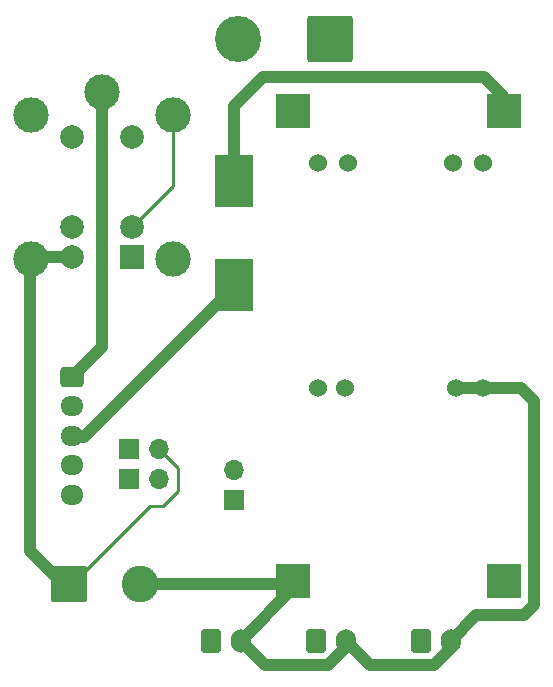
<source format=gbr>
%TF.GenerationSoftware,KiCad,Pcbnew,(6.0.10)*%
%TF.CreationDate,2023-01-26T23:09:25+09:00*%
%TF.ProjectId,rasp_power_module,72617370-5f70-46f7-9765-725f6d6f6475,2*%
%TF.SameCoordinates,PX74269e8PY6f4e628*%
%TF.FileFunction,Copper,L2,Bot*%
%TF.FilePolarity,Positive*%
%FSLAX46Y46*%
G04 Gerber Fmt 4.6, Leading zero omitted, Abs format (unit mm)*
G04 Created by KiCad (PCBNEW (6.0.10)) date 2023-01-26 23:09:25*
%MOMM*%
%LPD*%
G01*
G04 APERTURE LIST*
G04 Aperture macros list*
%AMRoundRect*
0 Rectangle with rounded corners*
0 $1 Rounding radius*
0 $2 $3 $4 $5 $6 $7 $8 $9 X,Y pos of 4 corners*
0 Add a 4 corners polygon primitive as box body*
4,1,4,$2,$3,$4,$5,$6,$7,$8,$9,$2,$3,0*
0 Add four circle primitives for the rounded corners*
1,1,$1+$1,$2,$3*
1,1,$1+$1,$4,$5*
1,1,$1+$1,$6,$7*
1,1,$1+$1,$8,$9*
0 Add four rect primitives between the rounded corners*
20,1,$1+$1,$2,$3,$4,$5,0*
20,1,$1+$1,$4,$5,$6,$7,0*
20,1,$1+$1,$6,$7,$8,$9,0*
20,1,$1+$1,$8,$9,$2,$3,0*%
G04 Aperture macros list end*
%TA.AperFunction,ComponentPad*%
%ADD10RoundRect,0.250002X1.699998X1.699998X-1.699998X1.699998X-1.699998X-1.699998X1.699998X-1.699998X0*%
%TD*%
%TA.AperFunction,ComponentPad*%
%ADD11C,3.900000*%
%TD*%
%TA.AperFunction,ComponentPad*%
%ADD12C,1.524000*%
%TD*%
%TA.AperFunction,ComponentPad*%
%ADD13R,3.000000X3.000000*%
%TD*%
%TA.AperFunction,ComponentPad*%
%ADD14R,1.700000X1.700000*%
%TD*%
%TA.AperFunction,ComponentPad*%
%ADD15O,1.700000X1.700000*%
%TD*%
%TA.AperFunction,ComponentPad*%
%ADD16RoundRect,0.249999X-1.300001X-1.300001X1.300001X-1.300001X1.300001X1.300001X-1.300001X1.300001X0*%
%TD*%
%TA.AperFunction,ComponentPad*%
%ADD17C,3.100000*%
%TD*%
%TA.AperFunction,ComponentPad*%
%ADD18R,3.300000X4.500000*%
%TD*%
%TA.AperFunction,ComponentPad*%
%ADD19R,2.000000X2.000000*%
%TD*%
%TA.AperFunction,ComponentPad*%
%ADD20C,2.000000*%
%TD*%
%TA.AperFunction,ComponentPad*%
%ADD21RoundRect,0.250000X-0.600000X-0.750000X0.600000X-0.750000X0.600000X0.750000X-0.600000X0.750000X0*%
%TD*%
%TA.AperFunction,ComponentPad*%
%ADD22O,1.700000X2.000000*%
%TD*%
%TA.AperFunction,ComponentPad*%
%ADD23C,3.000000*%
%TD*%
%TA.AperFunction,ComponentPad*%
%ADD24RoundRect,0.250000X-0.725000X0.600000X-0.725000X-0.600000X0.725000X-0.600000X0.725000X0.600000X0*%
%TD*%
%TA.AperFunction,ComponentPad*%
%ADD25O,1.950000X1.700000*%
%TD*%
%TA.AperFunction,Conductor*%
%ADD26C,1.000000*%
%TD*%
%TA.AperFunction,Conductor*%
%ADD27C,0.250000*%
%TD*%
G04 APERTURE END LIST*
D10*
%TO.P,J1,1,Pin_1*%
%TO.N,Relay_In*%
X27305000Y55118000D03*
D11*
%TO.P,J1,2,Pin_2*%
%TO.N,InGND*%
X19505000Y55118000D03*
%TD*%
D12*
%TO.P,DCDC1,1,InVCC*%
%TO.N,12V_ON*%
X28879800Y44627800D03*
X26322800Y44679800D03*
%TO.P,DCDC1,2,InGND*%
%TO.N,InGND*%
X37769800Y44627800D03*
X40309800Y44627800D03*
%TO.P,DCDC1,3,OutVCC*%
%TO.N,5V_ON*%
X26297800Y25604800D03*
X28625800Y25629800D03*
%TO.P,DCDC1,4,OutGND*%
%TO.N,InGND*%
X40309800Y25577800D03*
X38023800Y25577800D03*
%TD*%
D13*
%TO.P,DCDC2,1,InVCC*%
%TO.N,12V_ON*%
X42074728Y49064717D03*
%TO.P,DCDC2,2,InGND*%
%TO.N,InGND*%
X24221890Y49055988D03*
%TO.P,DCDC2,3,OutVCC*%
%TO.N,5V_ON*%
X42069444Y9216627D03*
%TO.P,DCDC2,4,OutGND*%
%TO.N,InGND*%
X24231217Y9207065D03*
%TD*%
D14*
%TO.P,JP1,1,A*%
%TO.N,/ON_LED*%
X10287000Y20447000D03*
D15*
%TO.P,JP1,2,B*%
%TO.N,12V_ON*%
X12827000Y20447000D03*
%TD*%
D16*
%TO.P,J5,1,Pin_1*%
%TO.N,12V_ON*%
X5207000Y9017000D03*
D17*
%TO.P,J5,2,Pin_2*%
%TO.N,InGND*%
X11207000Y9017000D03*
%TD*%
D18*
%TO.P,D2,1,K*%
%TO.N,12V_ON*%
X19227800Y43135000D03*
%TO.P,D2,2,A*%
%TO.N,/SWITCH*%
X19227800Y34335000D03*
%TD*%
D14*
%TO.P,J3,1,Pin_1*%
%TO.N,/SHUTDOWN*%
X19227800Y16078200D03*
D15*
%TO.P,J3,2,Pin_2*%
%TO.N,/POWER_SIG*%
X19227800Y18618200D03*
%TD*%
D19*
%TO.P,K1,1*%
%TO.N,unconnected-(K1-Pad1)*%
X10541000Y36703000D03*
D20*
%TO.P,K1,2*%
%TO.N,5V_ON*%
X10541000Y39243000D03*
%TO.P,K1,5*%
%TO.N,Relay_In*%
X10541000Y46863000D03*
%TO.P,K1,6*%
X5461000Y46863000D03*
%TO.P,K1,9*%
%TO.N,Relay_Coil_2*%
X5461000Y39243000D03*
%TO.P,K1,10*%
%TO.N,12V_ON*%
X5461000Y36703000D03*
%TD*%
D21*
%TO.P,J7,1,Pin_1*%
%TO.N,5V_ON*%
X17272000Y4191000D03*
D22*
%TO.P,J7,2,Pin_2*%
%TO.N,InGND*%
X19772000Y4191000D03*
%TD*%
D21*
%TO.P,J9,1,Pin_1*%
%TO.N,5V_ON*%
X35052000Y4191000D03*
D22*
%TO.P,J9,2,Pin_2*%
%TO.N,InGND*%
X37552000Y4191000D03*
%TD*%
D21*
%TO.P,J8,1,Pin_1*%
%TO.N,5V_ON*%
X26182000Y4191000D03*
D22*
%TO.P,J8,2,Pin_2*%
%TO.N,InGND*%
X28682000Y4191000D03*
%TD*%
D14*
%TO.P,JP2,1,A*%
%TO.N,/ON_LED*%
X10287000Y17907000D03*
D15*
%TO.P,JP2,2,B*%
%TO.N,5V_ON*%
X12827000Y17907000D03*
%TD*%
D23*
%TO.P,K2,11*%
%TO.N,Relay_In*%
X8001000Y50673000D03*
%TO.P,K2,12*%
%TO.N,unconnected-(K2-Pad12)*%
X14001000Y36473000D03*
%TO.P,K2,14*%
%TO.N,12V_ON*%
X2001000Y36473000D03*
%TO.P,K2,A1*%
%TO.N,Relay_Coil_2*%
X2001000Y48673000D03*
%TO.P,K2,A2*%
%TO.N,5V_ON*%
X14001000Y48673000D03*
%TD*%
D24*
%TO.P,J2,1,Pin_1*%
%TO.N,Relay_In*%
X5461000Y26543000D03*
D25*
%TO.P,J2,2,Pin_2*%
%TO.N,InGND*%
X5461000Y24043000D03*
%TO.P,J2,3,Pin_3*%
%TO.N,/SWITCH*%
X5461000Y21543000D03*
%TO.P,J2,4,Pin_4*%
%TO.N,/ON_LED*%
X5461000Y19043000D03*
%TO.P,J2,5,Pin_5*%
%TO.N,5V_ON*%
X5461000Y16543000D03*
%TD*%
D26*
%TO.N,InGND*%
X44577000Y7188200D02*
X43738800Y6350000D01*
X44577000Y24460200D02*
X44577000Y7188200D01*
X43459400Y25577800D02*
X44577000Y24460200D01*
X39711000Y6350000D02*
X37552000Y4191000D01*
X40309800Y25577800D02*
X43459400Y25577800D01*
X43738800Y6350000D02*
X39711000Y6350000D01*
X30714000Y2159000D02*
X28682000Y4191000D01*
X37552000Y3579500D02*
X36131500Y2159000D01*
X36131500Y2159000D02*
X30714000Y2159000D01*
X37552000Y4191000D02*
X37552000Y3579500D01*
X27178000Y2159000D02*
X21804000Y2159000D01*
X28682000Y3663000D02*
X27178000Y2159000D01*
X28682000Y4191000D02*
X28682000Y3663000D01*
X21804000Y2159000D02*
X19772000Y4191000D01*
X24231217Y8650217D02*
X24231217Y9207065D01*
X19772000Y4191000D02*
X24231217Y8650217D01*
D27*
%TO.N,12V_ON*%
X5461000Y9017000D02*
X5207000Y9017000D01*
X12065000Y15621000D02*
X5461000Y9017000D01*
X14478000Y16891000D02*
X13208000Y15621000D01*
X12827000Y20447000D02*
X14478000Y18796000D01*
X14478000Y18796000D02*
X14478000Y16891000D01*
X13208000Y15621000D02*
X12065000Y15621000D01*
D26*
%TO.N,InGND*%
X24041152Y9017000D02*
X11207000Y9017000D01*
X24231217Y9207065D02*
X24041152Y9017000D01*
%TO.N,12V_ON*%
X1905000Y36377000D02*
X2001000Y36473000D01*
X4699000Y9017000D02*
X1905000Y11811000D01*
X5207000Y9017000D02*
X4699000Y9017000D01*
X1905000Y11811000D02*
X1905000Y36377000D01*
D27*
%TO.N,5V_ON*%
X10541000Y39243000D02*
X14001000Y42703000D01*
X14001000Y42703000D02*
X14001000Y48673000D01*
D26*
%TO.N,12V_ON*%
X40360600Y51943000D02*
X21666200Y51943000D01*
X2226436Y36698436D02*
X2001000Y36473000D01*
X21666200Y51943000D02*
X19177000Y49453800D01*
X19177000Y43785800D02*
X19227800Y43735000D01*
X5456436Y36698436D02*
X2226436Y36698436D01*
X41955811Y50347789D02*
X40360600Y51943000D01*
X19177000Y49453800D02*
X19177000Y43785800D01*
X5461000Y36703000D02*
X5456436Y36698436D01*
X41955811Y48895000D02*
X41955811Y50347789D01*
%TO.N,InGND*%
X38023800Y25577800D02*
X40309800Y25577800D01*
%TO.N,/SWITCH*%
X6477000Y21463000D02*
X5541000Y21463000D01*
X19227800Y33735000D02*
X18749000Y33735000D01*
X5541000Y21463000D02*
X5461000Y21543000D01*
X18749000Y33735000D02*
X6477000Y21463000D01*
%TO.N,Relay_In*%
X8001000Y50673000D02*
X8001000Y29083000D01*
X8001000Y29083000D02*
X5461000Y26543000D01*
%TD*%
M02*

</source>
